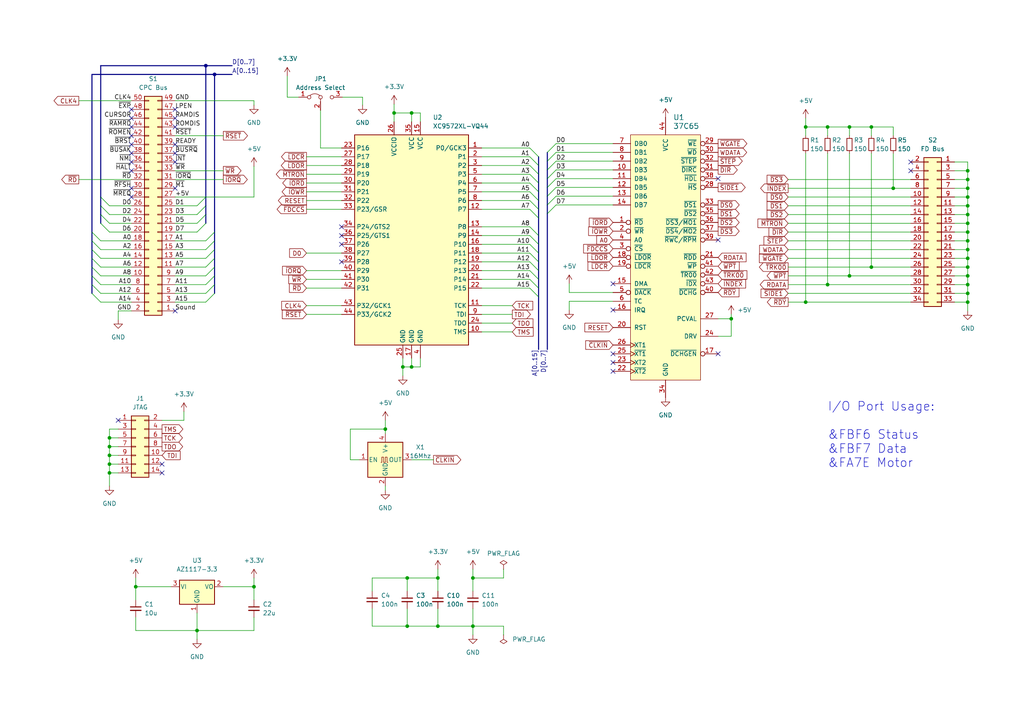
<source format=kicad_sch>
(kicad_sch (version 20230121) (generator eeschema)
  (paper "A4")
  (title_block (title "Vortex F1-D Reproduction") (date "2022-07-14"))
  (junction (at 280.67 77.47))
  (junction (at 31.75 127))
  (junction (at 240.03 36.83))
  (junction (at 31.75 137.16))
  (junction (at 127 181.61))
  (junction (at 119.38 32.766))
  (junction (at 31.75 129.54))
  (junction (at 62.23 21.59))
  (junction (at 280.67 72.39))
  (junction (at 137.16 167.64))
  (junction (at 118.11 167.64))
  (junction (at 280.67 85.09))
  (junction (at 280.67 52.07))
  (junction (at 259.08 54.61))
  (junction (at 111.76 124.46))
  (junction (at 252.73 77.47))
  (junction (at 246.38 80.01))
  (junction (at 280.67 74.93))
  (junction (at 114.3 32.766))
  (junction (at 280.67 64.77))
  (junction (at 252.73 36.83))
  (junction (at 246.38 36.83))
  (junction (at 39.37 170.18))
  (junction (at 73.66 170.18))
  (junction (at 280.67 57.15))
  (junction (at 280.67 49.53))
  (junction (at 280.67 82.55))
  (junction (at 280.67 67.31))
  (junction (at 59.69 19.05))
  (junction (at 116.84 106.426))
  (junction (at 280.67 80.01))
  (junction (at 57.15 182.88))
  (junction (at 31.75 134.62))
  (junction (at 240.03 82.55))
  (junction (at 137.16 181.61))
  (junction (at 127 167.64))
  (junction (at 119.38 106.426))
  (junction (at 280.67 69.85))
  (junction (at 118.11 181.61))
  (junction (at 233.68 87.63))
  (junction (at 280.67 87.63))
  (junction (at 212.09 92.456))
  (junction (at 233.68 36.83))
  (junction (at 280.67 59.69))
  (junction (at 31.75 132.08))
  (junction (at 280.67 54.61))
  (junction (at 280.67 62.23))
  (no_connect (at 264.16 46.99))
  (no_connect (at 264.16 49.53))
  (no_connect (at 38.1 41.91))
  (no_connect (at 177.8 105.156))
  (no_connect (at 50.8 44.45))
  (no_connect (at 177.8 102.616))
  (no_connect (at 50.8 46.99))
  (no_connect (at 38.1 46.99))
  (no_connect (at 38.1 57.15))
  (no_connect (at 177.8 82.296))
  (no_connect (at 38.1 34.29))
  (no_connect (at 208.28 51.816))
  (no_connect (at 99.06 75.946))
  (no_connect (at 38.1 31.75))
  (no_connect (at 46.99 134.62))
  (no_connect (at 46.99 137.16))
  (no_connect (at 50.8 54.61))
  (no_connect (at 38.1 36.83))
  (no_connect (at 38.1 49.53))
  (no_connect (at 50.8 41.91))
  (no_connect (at 50.8 36.83))
  (no_connect (at 50.8 34.29))
  (no_connect (at 99.06 70.866))
  (no_connect (at 99.06 68.326))
  (no_connect (at 38.1 44.45))
  (no_connect (at 208.28 69.596))
  (no_connect (at 99.06 65.786))
  (no_connect (at 208.28 102.616))
  (no_connect (at 38.1 54.61))
  (no_connect (at 50.8 31.75))
  (no_connect (at 177.8 107.696))
  (no_connect (at 50.8 90.17))
  (no_connect (at 34.29 121.92))
  (no_connect (at 38.1 39.37))
  (no_connect (at 177.8 89.916))
  (bus_entry (at 153.67 53.086) (size 2.54 2.54))
  (bus_entry (at 26.67 72.39) (size 2.54 2.54))
  (bus_entry (at 161.29 44.196) (size -2.54 2.54))
  (bus_entry (at 26.67 69.85) (size 2.54 2.54))
  (bus_entry (at 161.29 49.276) (size -2.54 2.54))
  (bus_entry (at 161.29 41.656) (size -2.54 2.54))
  (bus_entry (at 26.67 80.01) (size 2.54 2.54))
  (bus_entry (at 26.67 74.93) (size 2.54 2.54))
  (bus_entry (at 161.29 54.356) (size -2.54 2.54))
  (bus_entry (at 161.29 56.896) (size -2.54 2.54))
  (bus_entry (at 161.29 59.436) (size -2.54 2.54))
  (bus_entry (at 153.67 65.786) (size 2.54 2.54))
  (bus_entry (at 153.67 60.706) (size 2.54 2.54))
  (bus_entry (at 153.67 68.326) (size 2.54 2.54))
  (bus_entry (at 153.67 55.626) (size 2.54 2.54))
  (bus_entry (at 153.67 58.166) (size 2.54 2.54))
  (bus_entry (at 153.67 73.406) (size 2.54 2.54))
  (bus_entry (at 153.67 70.866) (size 2.54 2.54))
  (bus_entry (at 153.67 83.566) (size 2.54 2.54))
  (bus_entry (at 153.67 42.926) (size 2.54 2.54))
  (bus_entry (at 153.67 78.486) (size 2.54 2.54))
  (bus_entry (at 153.67 75.946) (size 2.54 2.54))
  (bus_entry (at 153.67 81.026) (size 2.54 2.54))
  (bus_entry (at 153.67 50.546) (size 2.54 2.54))
  (bus_entry (at 153.67 45.466) (size 2.54 2.54))
  (bus_entry (at 153.67 48.006) (size 2.54 2.54))
  (bus_entry (at 26.67 77.47) (size 2.54 2.54))
  (bus_entry (at 26.67 82.55) (size 2.54 2.54))
  (bus_entry (at 161.29 46.736) (size -2.54 2.54))
  (bus_entry (at 26.67 85.09) (size 2.54 2.54))
  (bus_entry (at 29.21 62.23) (size 2.54 2.54))
  (bus_entry (at 29.21 59.69) (size 2.54 2.54))
  (bus_entry (at 29.21 57.15) (size 2.54 2.54))
  (bus_entry (at 57.15 59.69) (size 2.54 -2.54))
  (bus_entry (at 57.15 62.23) (size 2.54 -2.54))
  (bus_entry (at 57.15 64.77) (size 2.54 -2.54))
  (bus_entry (at 57.15 67.31) (size 2.54 -2.54))
  (bus_entry (at 29.21 64.77) (size 2.54 2.54))
  (bus_entry (at 26.67 67.31) (size 2.54 2.54))
  (bus_entry (at 59.69 69.85) (size 2.54 -2.54))
  (bus_entry (at 59.69 87.63) (size 2.54 -2.54))
  (bus_entry (at 59.69 85.09) (size 2.54 -2.54))
  (bus_entry (at 59.69 82.55) (size 2.54 -2.54))
  (bus_entry (at 59.69 80.01) (size 2.54 -2.54))
  (bus_entry (at 59.69 74.93) (size 2.54 -2.54))
  (bus_entry (at 59.69 72.39) (size 2.54 -2.54))
  (bus_entry (at 59.69 77.47) (size 2.54 -2.54))
  (bus_entry (at 161.29 51.816) (size -2.54 2.54))
  (wire (pts (xy 88.9 55.626) (xy 99.06 55.626)))
  (wire (pts (xy 50.8 64.77) (xy 57.15 64.77)))
  (bus (pts (xy 26.67 21.59) (xy 26.67 67.31)))
  (wire (pts (xy 228.6 59.69) (xy 264.16 59.69)))
  (wire (pts (xy 50.8 69.85) (xy 59.69 69.85)))
  (wire (pts (xy 105.156 28.194) (xy 105.156 30.48)))
  (wire (pts (xy 228.6 80.01) (xy 246.38 80.01)))
  (bus (pts (xy 62.23 21.59) (xy 62.23 67.31)))
  (wire (pts (xy 114.3 32.766) (xy 119.38 32.766)))
  (wire (pts (xy 276.86 52.07) (xy 280.67 52.07)))
  (wire (pts (xy 228.6 54.61) (xy 259.08 54.61)))
  (wire (pts (xy 127 181.61) (xy 137.16 181.61)))
  (wire (pts (xy 50.8 39.37) (xy 64.77 39.37)))
  (wire (pts (xy 139.7 42.926) (xy 153.67 42.926)))
  (wire (pts (xy 146.05 181.61) (xy 146.05 184.15)))
  (wire (pts (xy 88.9 53.086) (xy 99.06 53.086)))
  (wire (pts (xy 50.8 77.47) (xy 59.69 77.47)))
  (wire (pts (xy 228.6 57.15) (xy 264.16 57.15)))
  (wire (pts (xy 276.86 69.85) (xy 280.67 69.85)))
  (bus (pts (xy 26.67 67.31) (xy 26.67 69.85)))
  (wire (pts (xy 50.8 52.07) (xy 64.77 52.07)))
  (wire (pts (xy 101.6 124.46) (xy 111.76 124.46)))
  (wire (pts (xy 73.66 179.07) (xy 73.66 182.88)))
  (bus (pts (xy 29.21 19.05) (xy 29.21 57.15)))
  (wire (pts (xy 161.29 56.896) (xy 177.8 56.896)))
  (wire (pts (xy 34.29 124.46) (xy 31.75 124.46)))
  (wire (pts (xy 34.29 92.71) (xy 34.29 90.17)))
  (wire (pts (xy 73.66 170.18) (xy 73.66 173.99)))
  (wire (pts (xy 34.29 127) (xy 31.75 127)))
  (wire (pts (xy 39.37 182.88) (xy 57.15 182.88)))
  (wire (pts (xy 276.86 49.53) (xy 280.67 49.53)))
  (wire (pts (xy 137.16 176.53) (xy 137.16 181.61)))
  (wire (pts (xy 50.8 62.23) (xy 57.15 62.23)))
  (wire (pts (xy 29.21 77.47) (xy 38.1 77.47)))
  (wire (pts (xy 137.16 167.64) (xy 137.16 171.45)))
  (bus (pts (xy 62.23 72.39) (xy 62.23 74.93)))
  (wire (pts (xy 49.53 170.18) (xy 39.37 170.18)))
  (bus (pts (xy 158.75 59.436) (xy 158.75 61.976)))
  (wire (pts (xy 228.6 69.85) (xy 264.16 69.85)))
  (wire (pts (xy 88.9 48.006) (xy 99.06 48.006)))
  (wire (pts (xy 50.8 82.55) (xy 59.69 82.55)))
  (wire (pts (xy 161.29 44.196) (xy 177.8 44.196)))
  (wire (pts (xy 148.59 93.726) (xy 139.7 93.726)))
  (wire (pts (xy 139.7 53.086) (xy 153.67 53.086)))
  (wire (pts (xy 31.75 132.08) (xy 31.75 134.62)))
  (wire (pts (xy 121.92 106.426) (xy 119.38 106.426)))
  (wire (pts (xy 280.67 87.63) (xy 280.67 90.17)))
  (bus (pts (xy 158.75 44.196) (xy 158.75 46.736)))
  (wire (pts (xy 34.29 134.62) (xy 31.75 134.62)))
  (wire (pts (xy 276.86 85.09) (xy 280.67 85.09)))
  (wire (pts (xy 34.29 90.17) (xy 38.1 90.17)))
  (wire (pts (xy 280.67 77.47) (xy 280.67 80.01)))
  (wire (pts (xy 276.86 46.99) (xy 280.67 46.99)))
  (wire (pts (xy 73.66 170.18) (xy 73.66 167.64)))
  (wire (pts (xy 39.37 170.18) (xy 39.37 173.99)))
  (wire (pts (xy 86.614 28.194) (xy 83.312 28.194)))
  (wire (pts (xy 280.67 80.01) (xy 280.67 82.55)))
  (wire (pts (xy 139.7 58.166) (xy 153.67 58.166)))
  (wire (pts (xy 107.95 171.45) (xy 107.95 167.64)))
  (bus (pts (xy 62.23 69.85) (xy 62.23 72.39)))
  (wire (pts (xy 34.29 137.16) (xy 31.75 137.16)))
  (wire (pts (xy 139.7 75.946) (xy 153.67 75.946)))
  (wire (pts (xy 29.21 72.39) (xy 38.1 72.39)))
  (wire (pts (xy 233.68 39.37) (xy 233.68 36.83)))
  (wire (pts (xy 31.75 59.69) (xy 38.1 59.69)))
  (wire (pts (xy 139.7 83.566) (xy 153.67 83.566)))
  (wire (pts (xy 161.29 41.656) (xy 177.8 41.656)))
  (wire (pts (xy 50.8 85.09) (xy 59.69 85.09)))
  (wire (pts (xy 83.312 28.194) (xy 83.312 22.098)))
  (wire (pts (xy 280.67 64.77) (xy 280.67 67.31)))
  (bus (pts (xy 62.23 77.47) (xy 62.23 80.01)))
  (wire (pts (xy 276.86 80.01) (xy 280.67 80.01)))
  (wire (pts (xy 39.37 170.18) (xy 39.37 167.64)))
  (wire (pts (xy 240.03 39.37) (xy 240.03 36.83)))
  (wire (pts (xy 31.75 127) (xy 31.75 129.54)))
  (wire (pts (xy 276.86 74.93) (xy 280.67 74.93)))
  (bus (pts (xy 158.75 49.276) (xy 158.75 51.816)))
  (wire (pts (xy 118.11 176.53) (xy 118.11 181.61)))
  (wire (pts (xy 228.6 85.09) (xy 264.16 85.09)))
  (wire (pts (xy 280.67 46.99) (xy 280.67 49.53)))
  (bus (pts (xy 156.21 53.086) (xy 156.21 55.626)))
  (bus (pts (xy 156.21 50.546) (xy 156.21 53.086)))
  (wire (pts (xy 137.16 181.61) (xy 137.16 184.15)))
  (bus (pts (xy 156.21 70.866) (xy 156.21 73.406)))
  (wire (pts (xy 119.38 32.766) (xy 119.38 35.306)))
  (wire (pts (xy 228.6 77.47) (xy 252.73 77.47)))
  (wire (pts (xy 31.75 124.46) (xy 31.75 127)))
  (wire (pts (xy 228.6 87.63) (xy 233.68 87.63)))
  (wire (pts (xy 228.6 74.93) (xy 264.16 74.93)))
  (wire (pts (xy 107.95 167.64) (xy 118.11 167.64)))
  (wire (pts (xy 259.08 36.83) (xy 259.08 39.37)))
  (wire (pts (xy 280.67 85.09) (xy 280.67 87.63)))
  (wire (pts (xy 259.08 44.45) (xy 259.08 54.61)))
  (wire (pts (xy 139.7 78.486) (xy 153.67 78.486)))
  (bus (pts (xy 156.21 83.566) (xy 156.21 86.106)))
  (wire (pts (xy 276.86 59.69) (xy 280.67 59.69)))
  (bus (pts (xy 59.69 62.23) (xy 59.69 64.77)))
  (wire (pts (xy 114.3 32.766) (xy 114.3 35.306)))
  (bus (pts (xy 26.67 82.55) (xy 26.67 85.09)))
  (wire (pts (xy 46.99 121.92) (xy 53.34 121.92)))
  (wire (pts (xy 139.7 45.466) (xy 153.67 45.466)))
  (bus (pts (xy 62.23 74.93) (xy 62.23 77.47)))
  (wire (pts (xy 104.14 133.35) (xy 101.6 133.35)))
  (wire (pts (xy 276.86 57.15) (xy 280.67 57.15)))
  (wire (pts (xy 280.67 72.39) (xy 280.67 74.93)))
  (bus (pts (xy 62.23 80.01) (xy 62.23 82.55)))
  (wire (pts (xy 280.67 69.85) (xy 280.67 72.39)))
  (bus (pts (xy 26.67 80.01) (xy 26.67 82.55)))
  (wire (pts (xy 165.1 87.376) (xy 177.8 87.376)))
  (wire (pts (xy 29.21 85.09) (xy 38.1 85.09)))
  (wire (pts (xy 276.86 62.23) (xy 280.67 62.23)))
  (wire (pts (xy 228.6 67.31) (xy 264.16 67.31)))
  (wire (pts (xy 121.92 32.766) (xy 119.38 32.766)))
  (bus (pts (xy 62.23 82.55) (xy 62.23 85.09)))
  (wire (pts (xy 73.66 57.15) (xy 73.66 48.26)))
  (wire (pts (xy 280.67 82.55) (xy 280.67 85.09)))
  (bus (pts (xy 156.21 58.166) (xy 156.21 60.706)))
  (wire (pts (xy 165.1 89.916) (xy 165.1 87.376)))
  (wire (pts (xy 280.67 62.23) (xy 280.67 64.77)))
  (wire (pts (xy 31.75 62.23) (xy 38.1 62.23)))
  (wire (pts (xy 161.29 59.436) (xy 177.8 59.436)))
  (wire (pts (xy 29.21 87.63) (xy 38.1 87.63)))
  (wire (pts (xy 280.67 59.69) (xy 280.67 62.23)))
  (wire (pts (xy 139.7 68.326) (xy 153.67 68.326)))
  (wire (pts (xy 246.38 36.83) (xy 252.73 36.83)))
  (wire (pts (xy 233.68 87.63) (xy 264.16 87.63)))
  (wire (pts (xy 165.1 84.836) (xy 177.8 84.836)))
  (wire (pts (xy 50.8 87.63) (xy 59.69 87.63)))
  (wire (pts (xy 276.86 87.63) (xy 280.67 87.63)))
  (wire (pts (xy 114.3 30.226) (xy 114.3 32.766)))
  (bus (pts (xy 156.21 45.466) (xy 156.21 48.006)))
  (wire (pts (xy 212.09 92.456) (xy 212.09 97.536)))
  (wire (pts (xy 92.964 32.004) (xy 92.964 42.926)))
  (wire (pts (xy 161.29 49.276) (xy 177.8 49.276)))
  (wire (pts (xy 101.6 133.35) (xy 101.6 124.46)))
  (bus (pts (xy 29.21 19.05) (xy 59.69 19.05)))
  (wire (pts (xy 107.95 181.61) (xy 118.11 181.61)))
  (bus (pts (xy 156.21 63.246) (xy 156.21 68.326)))
  (wire (pts (xy 111.76 121.92) (xy 111.76 124.46)))
  (wire (pts (xy 137.16 167.64) (xy 146.05 167.64)))
  (wire (pts (xy 148.59 91.186) (xy 139.7 91.186)))
  (wire (pts (xy 107.95 176.53) (xy 107.95 181.61)))
  (wire (pts (xy 118.11 167.64) (xy 127 167.64)))
  (wire (pts (xy 88.9 91.186) (xy 99.06 91.186)))
  (wire (pts (xy 53.34 121.92) (xy 53.34 119.38)))
  (wire (pts (xy 50.8 49.53) (xy 64.77 49.53)))
  (wire (pts (xy 31.75 67.31) (xy 38.1 67.31)))
  (wire (pts (xy 88.9 88.646) (xy 99.06 88.646)))
  (wire (pts (xy 139.7 60.706) (xy 153.67 60.706)))
  (wire (pts (xy 50.8 80.01) (xy 59.69 80.01)))
  (wire (pts (xy 137.16 181.61) (xy 146.05 181.61)))
  (wire (pts (xy 228.6 64.77) (xy 264.16 64.77)))
  (wire (pts (xy 22.86 52.07) (xy 38.1 52.07)))
  (wire (pts (xy 88.9 81.026) (xy 99.06 81.026)))
  (bus (pts (xy 156.21 78.486) (xy 156.21 81.026)))
  (bus (pts (xy 26.67 69.85) (xy 26.67 72.39)))
  (wire (pts (xy 280.67 67.31) (xy 280.67 69.85)))
  (bus (pts (xy 29.21 62.23) (xy 29.21 64.77)))
  (wire (pts (xy 240.03 36.83) (xy 246.38 36.83)))
  (wire (pts (xy 233.68 44.45) (xy 233.68 87.63)))
  (wire (pts (xy 127 165.1) (xy 127 167.64)))
  (wire (pts (xy 57.15 177.8) (xy 57.15 182.88)))
  (bus (pts (xy 59.69 57.15) (xy 59.69 59.69)))
  (wire (pts (xy 280.67 74.93) (xy 280.67 77.47)))
  (wire (pts (xy 31.75 137.16) (xy 31.75 140.97)))
  (wire (pts (xy 73.66 29.21) (xy 50.8 29.21)))
  (wire (pts (xy 29.21 80.01) (xy 38.1 80.01)))
  (wire (pts (xy 148.59 96.266) (xy 139.7 96.266)))
  (wire (pts (xy 31.75 129.54) (xy 31.75 132.08)))
  (wire (pts (xy 228.6 82.55) (xy 240.03 82.55)))
  (wire (pts (xy 139.7 70.866) (xy 153.67 70.866)))
  (wire (pts (xy 88.9 83.566) (xy 99.06 83.566)))
  (bus (pts (xy 158.75 46.736) (xy 158.75 49.276)))
  (wire (pts (xy 137.16 167.64) (xy 137.16 165.1)))
  (wire (pts (xy 73.66 30.48) (xy 73.66 29.21)))
  (wire (pts (xy 139.7 50.546) (xy 153.67 50.546)))
  (wire (pts (xy 139.7 73.406) (xy 153.67 73.406)))
  (wire (pts (xy 246.38 80.01) (xy 264.16 80.01)))
  (bus (pts (xy 158.75 51.816) (xy 158.75 54.356)))
  (wire (pts (xy 161.29 54.356) (xy 177.8 54.356)))
  (wire (pts (xy 111.76 124.46) (xy 111.76 125.73)))
  (wire (pts (xy 116.84 103.886) (xy 116.84 106.426)))
  (wire (pts (xy 111.76 140.97) (xy 111.76 142.24)))
  (wire (pts (xy 34.29 132.08) (xy 31.75 132.08)))
  (wire (pts (xy 276.86 72.39) (xy 280.67 72.39)))
  (wire (pts (xy 208.28 97.536) (xy 212.09 97.536)))
  (wire (pts (xy 252.73 39.37) (xy 252.73 36.83)))
  (wire (pts (xy 50.8 67.31) (xy 57.15 67.31)))
  (wire (pts (xy 116.84 106.426) (xy 119.38 106.426)))
  (wire (pts (xy 31.75 64.77) (xy 38.1 64.77)))
  (wire (pts (xy 246.38 39.37) (xy 246.38 36.83)))
  (wire (pts (xy 276.86 67.31) (xy 280.67 67.31)))
  (wire (pts (xy 228.6 62.23) (xy 264.16 62.23)))
  (bus (pts (xy 156.21 86.106) (xy 156.21 101.346)))
  (wire (pts (xy 88.9 45.466) (xy 99.06 45.466)))
  (wire (pts (xy 50.8 72.39) (xy 59.69 72.39)))
  (wire (pts (xy 276.86 77.47) (xy 280.67 77.47)))
  (bus (pts (xy 67.31 21.59) (xy 62.23 21.59)))
  (wire (pts (xy 259.08 54.61) (xy 264.16 54.61)))
  (wire (pts (xy 280.67 54.61) (xy 280.67 57.15)))
  (wire (pts (xy 88.9 78.486) (xy 99.06 78.486)))
  (wire (pts (xy 29.21 74.93) (xy 38.1 74.93)))
  (wire (pts (xy 165.1 82.296) (xy 165.1 84.836)))
  (bus (pts (xy 156.21 75.946) (xy 156.21 78.486)))
  (wire (pts (xy 118.11 181.61) (xy 127 181.61)))
  (wire (pts (xy 139.7 65.786) (xy 153.67 65.786)))
  (bus (pts (xy 29.21 59.69) (xy 29.21 62.23)))
  (wire (pts (xy 34.29 129.54) (xy 31.75 129.54)))
  (wire (pts (xy 212.09 91.186) (xy 212.09 92.456)))
  (wire (pts (xy 252.73 36.83) (xy 259.08 36.83)))
  (bus (pts (xy 158.75 56.896) (xy 158.75 59.436)))
  (bus (pts (xy 158.75 54.356) (xy 158.75 56.896)))
  (wire (pts (xy 276.86 82.55) (xy 280.67 82.55)))
  (wire (pts (xy 64.77 170.18) (xy 73.66 170.18)))
  (wire (pts (xy 118.11 171.45) (xy 118.11 167.64)))
  (wire (pts (xy 280.67 57.15) (xy 280.67 59.69)))
  (wire (pts (xy 29.21 82.55) (xy 38.1 82.55)))
  (wire (pts (xy 121.92 103.886) (xy 121.92 106.426)))
  (wire (pts (xy 139.7 48.006) (xy 153.67 48.006)))
  (wire (pts (xy 59.69 57.15) (xy 73.66 57.15)))
  (bus (pts (xy 26.67 21.59) (xy 62.23 21.59)))
  (wire (pts (xy 276.86 64.77) (xy 280.67 64.77)))
  (bus (pts (xy 156.21 55.626) (xy 156.21 58.166)))
  (bus (pts (xy 156.21 60.706) (xy 156.21 63.246)))
  (wire (pts (xy 240.03 44.45) (xy 240.03 82.55)))
  (wire (pts (xy 276.86 54.61) (xy 280.67 54.61)))
  (bus (pts (xy 67.31 19.05) (xy 59.69 19.05)))
  (bus (pts (xy 156.21 48.006) (xy 156.21 50.546)))
  (bus (pts (xy 156.21 81.026) (xy 156.21 83.566)))
  (wire (pts (xy 50.8 59.69) (xy 57.15 59.69)))
  (wire (pts (xy 127 176.53) (xy 127 181.61)))
  (wire (pts (xy 88.9 60.706) (xy 99.06 60.706)))
  (wire (pts (xy 99.314 28.194) (xy 105.156 28.194)))
  (wire (pts (xy 31.75 134.62) (xy 31.75 137.16)))
  (wire (pts (xy 88.9 58.166) (xy 99.06 58.166)))
  (bus (pts (xy 158.75 61.976) (xy 158.75 101.346)))
  (wire (pts (xy 228.6 52.07) (xy 264.16 52.07)))
  (wire (pts (xy 59.69 57.15) (xy 50.8 57.15)))
  (bus (pts (xy 26.67 77.47) (xy 26.67 80.01)))
  (wire (pts (xy 88.9 73.406) (xy 99.06 73.406)))
  (wire (pts (xy 246.38 44.45) (xy 246.38 80.01)))
  (wire (pts (xy 139.7 81.026) (xy 153.67 81.026)))
  (wire (pts (xy 146.05 167.64) (xy 146.05 165.1)))
  (bus (pts (xy 26.67 72.39) (xy 26.67 74.93)))
  (wire (pts (xy 233.68 36.83) (xy 240.03 36.83)))
  (bus (pts (xy 59.69 59.69) (xy 59.69 62.23)))
  (wire (pts (xy 127 167.64) (xy 127 171.45)))
  (wire (pts (xy 73.66 182.88) (xy 57.15 182.88)))
  (wire (pts (xy 88.9 50.546) (xy 99.06 50.546)))
  (wire (pts (xy 119.38 106.426) (xy 119.38 103.886)))
  (wire (pts (xy 233.68 34.29) (xy 233.68 36.83)))
  (wire (pts (xy 252.73 77.47) (xy 264.16 77.47)))
  (wire (pts (xy 161.29 46.736) (xy 177.8 46.736)))
  (wire (pts (xy 50.8 74.93) (xy 59.69 74.93)))
  (wire (pts (xy 92.964 42.926) (xy 99.06 42.926)))
  (bus (pts (xy 59.69 19.05) (xy 59.69 57.15)))
  (wire (pts (xy 280.67 52.07) (xy 280.67 54.61)))
  (wire (pts (xy 148.59 88.646) (xy 139.7 88.646)))
  (wire (pts (xy 161.29 51.816) (xy 177.8 51.816)))
  (wire (pts (xy 22.86 29.21) (xy 38.1 29.21)))
  (wire (pts (xy 280.67 49.53) (xy 280.67 52.07)))
  (wire (pts (xy 57.15 182.88) (xy 57.15 185.42)))
  (wire (pts (xy 240.03 82.55) (xy 264.16 82.55)))
  (wire (pts (xy 228.6 72.39) (xy 264.16 72.39)))
  (bus (pts (xy 29.21 57.15) (xy 29.21 59.69)))
  (wire (pts (xy 29.21 69.85) (xy 38.1 69.85)))
  (bus (pts (xy 156.21 73.406) (xy 156.21 75.946)))
  (bus (pts (xy 62.23 67.31) (xy 62.23 69.85)))
  (wire (pts (xy 119.38 133.35) (xy 125.73 133.35)))
  (wire (pts (xy 208.28 92.456) (xy 212.09 92.456)))
  (bus (pts (xy 26.67 74.93) (xy 26.67 77.47)))
  (bus (pts (xy 156.21 68.326) (xy 156.21 70.866)))
  (wire (pts (xy 139.7 55.626) (xy 153.67 55.626)))
  (wire (pts (xy 121.92 35.306) (xy 121.92 32.766)))
  (wire (pts (xy 39.37 179.07) (xy 39.37 182.88)))
  (wire (pts (xy 252.73 44.45) (xy 252.73 77.47)))
  (wire (pts (xy 116.84 106.426) (xy 116.84 108.966)))
  (text "I/O Port Usage:\n\n&FBF6 Status\n&FBF7 Data\n&FA7E Motor" (at 240.03 135.89 0) (effects (font (size 2.54 2.54)) (justify left bottom)))
  (label "~{HALT}" (at 38.1 49.53 180))
  (label "A4" (at 153.67 53.086 180))
  (label "D3" (at 50.8 62.23 0))
  (label "A13" (at 50.8 85.09 0))
  (label "A[0..15]" (at 156.21 101.346 270))
  (label "A2" (at 153.67 48.006 180))
  (label "~{WR}" (at 50.8 49.53 0))
  (label "READY" (at 50.8 41.91 0))
  (label "A0" (at 38.1 69.85 180))
  (label "D1" (at 50.8 59.69 0))
  (label "~{MREQ}" (at 38.1 57.15 180))
  (label "~{BUSAK}" (at 38.1 44.45 180))
  (label "D[0..7]" (at 67.31 19.05 0))
  (label "A15" (at 50.8 87.63 0))
  (label "A14" (at 38.1 87.63 180))
  (label "~{NMI}" (at 38.1 46.99 180))
  (label "A8" (at 38.1 80.01 180))
  (label "~{RSET}" (at 50.8 39.37 0))
  (label "A1" (at 153.67 45.466 180))
  (label "~{IORQ}" (at 50.8 52.07 0))
  (label "~{BUSRQ}" (at 50.8 44.45 0))
  (label "A5" (at 50.8 74.93 0))
  (label "D2" (at 161.29 46.736 0))
  (label "D6" (at 38.1 67.31 180))
  (label "A9" (at 50.8 80.01 0))
  (label "D5" (at 161.29 54.356 0))
  (label "D5" (at 50.8 64.77 0))
  (label "A15" (at 153.67 83.566 180))
  (label "~{M1}" (at 50.8 54.61 0))
  (label "CLK4" (at 38.1 29.21 180))
  (label "D[0..7]" (at 158.75 101.346 270))
  (label "D6" (at 161.29 56.896 0))
  (label "~{RAMRD}" (at 38.1 36.83 180))
  (label "A2" (at 38.1 72.39 180))
  (label "~{EXP}" (at 38.1 31.75 180))
  (label "ROMDIS" (at 50.8 36.83 0))
  (label "~{INT}" (at 50.8 46.99 0))
  (label "A14" (at 153.67 81.026 180))
  (label "A6" (at 153.67 58.166 180))
  (label "~{ROMEN}" (at 38.1 39.37 180))
  (label "A12" (at 38.1 85.09 180))
  (label "D0" (at 161.29 41.656 0))
  (label "A10" (at 153.67 70.866 180))
  (label "A[0..15]" (at 67.31 21.59 0))
  (label "D1" (at 161.29 44.196 0))
  (label "A10" (at 38.1 82.55 180))
  (label "~{RD}" (at 38.1 52.07 180))
  (label "A0" (at 153.67 42.926 180))
  (label "A6" (at 38.1 77.47 180))
  (label "D4" (at 161.29 51.816 0))
  (label "CURSOR" (at 38.1 34.29 180))
  (label "Sound" (at 50.8 90.17 0))
  (label "~{BRST}" (at 38.1 41.91 180))
  (label "D2" (at 38.1 62.23 180))
  (label "D7" (at 161.29 59.436 0))
  (label "A3" (at 50.8 72.39 0))
  (label "RAMDIS" (at 50.8 34.29 0))
  (label "A12" (at 153.67 75.946 180))
  (label "LPEN" (at 50.8 31.75 0))
  (label "A4" (at 38.1 74.93 180))
  (label "A8" (at 153.67 65.786 180))
  (label "D3" (at 161.29 49.276 0))
  (label "~{RFSH}" (at 38.1 54.61 180))
  (label "D0" (at 38.1 59.69 180))
  (label "GND" (at 38.1 90.17 180))
  (label "A11" (at 153.67 73.406 180))
  (label "A7" (at 50.8 77.47 0))
  (label "A3" (at 153.67 50.546 180))
  (label "A5" (at 153.67 55.626 180))
  (label "A9" (at 153.67 68.326 180))
  (label "A1" (at 50.8 69.85 0))
  (label "+5V" (at 50.8 57.15 0))
  (label "A11" (at 50.8 82.55 0))
  (label "A13" (at 153.67 78.486 180))
  (label "A7" (at 153.67 60.706 180))
  (label "D4" (at 38.1 64.77 180))
  (label "GND" (at 50.8 29.21 0))
  (label "D7" (at 50.8 67.31 0))
  (global_label "~{RDY}" (shape output) (at 228.6 87.63 180) (property "Intersheetrefs" "${INTERSHEET_REFS}" (effects hide)))
  (global_label "~{TRK00}" (shape output) (at 228.6 77.47 180) (property "Intersheetrefs" "${INTERSHEET_REFS}" (effects hide)))
  (global_label "~{WPT}" (shape input) (at 208.28 77.216 0) (property "Intersheetrefs" "${INTERSHEET_REFS}" (effects hide)))
  (global_label "~{WGATE}" (shape output) (at 208.28 41.656 0) (property "Intersheetrefs" "${INTERSHEET_REFS}" (effects hide)))
  (global_label "~{WGATE}" (shape input) (at 228.6 74.93 180) (property "Intersheetrefs" "${INTERSHEET_REFS}" (effects hide)))
  (global_label "~{RSET}" (shape input) (at 88.9 91.186 180) (property "Intersheetrefs" "${INTERSHEET_REFS}" (effects hide)))
  (global_label "~{RD}" (shape output) (at 22.86 52.07 180) (property "Intersheetrefs" "${INTERSHEET_REFS}" (effects hide)))
  (global_label "~{IORQ}" (shape output) (at 64.77 52.07 0) (property "Intersheetrefs" "${INTERSHEET_REFS}" (effects hide)))
  (global_label "TDI" (shape input) (at 46.99 132.08 0) (property "Intersheetrefs" "${INTERSHEET_REFS}" (effects hide)))
  (global_label "~{DS2}" (shape output) (at 208.28 64.516 0) (property "Intersheetrefs" "${INTERSHEET_REFS}" (effects hide)))
  (global_label "~{LDOR}" (shape output) (at 88.9 48.006 180) (property "Intersheetrefs" "${INTERSHEET_REFS}" (effects hide)))
  (global_label "~{DS0}" (shape input) (at 228.6 57.15 180) (property "Intersheetrefs" "${INTERSHEET_REFS}" (effects hide)))
  (global_label "RESET" (shape output) (at 88.9 58.166 180) (property "Intersheetrefs" "${INTERSHEET_REFS}" (effects hide)))
  (global_label "~{INDEX}" (shape input) (at 208.28 82.296 0) (property "Intersheetrefs" "${INTERSHEET_REFS}" (effects hide)))
  (global_label "~{IOWR}" (shape output) (at 88.9 55.626 180) (property "Intersheetrefs" "${INTERSHEET_REFS}" (effects hide)))
  (global_label "RDATA" (shape output) (at 228.6 82.55 180) (property "Intersheetrefs" "${INTERSHEET_REFS}" (effects hide)))
  (global_label "TDO" (shape output) (at 46.99 129.54 0) (property "Intersheetrefs" "${INTERSHEET_REFS}" (effects hide)))
  (global_label "~{DS1}" (shape output) (at 208.28 61.976 0) (property "Intersheetrefs" "${INTERSHEET_REFS}" (effects hide)))
  (global_label "~{DS2}" (shape input) (at 228.6 62.23 180) (property "Intersheetrefs" "${INTERSHEET_REFS}" (effects hide)))
  (global_label "~{IOWR}" (shape input) (at 177.8 67.056 180) (property "Intersheetrefs" "${INTERSHEET_REFS}" (effects hide)))
  (global_label "~{DIR}" (shape input) (at 228.6 67.31 180) (property "Intersheetrefs" "${INTERSHEET_REFS}" (effects hide)))
  (global_label "~{WPT}" (shape output) (at 228.6 80.01 180) (property "Intersheetrefs" "${INTERSHEET_REFS}" (effects hide)))
  (global_label "~{INDEX}" (shape output) (at 228.6 54.61 180) (property "Intersheetrefs" "${INTERSHEET_REFS}" (effects hide)))
  (global_label "~{STEP}" (shape output) (at 208.28 46.736 0) (property "Intersheetrefs" "${INTERSHEET_REFS}" (effects hide)))
  (global_label "~{DS3}" (shape input) (at 228.6 52.07 180) (property "Intersheetrefs" "${INTERSHEET_REFS}" (effects hide)))
  (global_label "WDATA" (shape input) (at 228.6 72.39 180) (property "Intersheetrefs" "${INTERSHEET_REFS}" (effects hide)))
  (global_label "TMS" (shape input) (at 148.59 96.266 0) (property "Intersheetrefs" "${INTERSHEET_REFS}" (effects hide)))
  (global_label "~{DS1}" (shape input) (at 228.6 59.69 180) (property "Intersheetrefs" "${INTERSHEET_REFS}" (effects hide)))
  (global_label "RESET" (shape input) (at 177.8 94.996 180) (property "Intersheetrefs" "${INTERSHEET_REFS}" (effects hide)))
  (global_label "~{TRK00}" (shape input) (at 208.28 79.756 0) (property "Intersheetrefs" "${INTERSHEET_REFS}" (effects hide)))
  (global_label "CLK4" (shape output) (at 22.86 29.21 180) (property "Intersheetrefs" "${INTERSHEET_REFS}" (effects hide)))
  (global_label "~{STEP}" (shape input) (at 228.6 69.85 180) (property "Intersheetrefs" "${INTERSHEET_REFS}" (effects hide)))
  (global_label "~{LDOR}" (shape input) (at 177.8 74.676 180) (property "Intersheetrefs" "${INTERSHEET_REFS}" (effects hide)))
  (global_label "~{DIR}" (shape output) (at 208.28 49.276 0) (property "Intersheetrefs" "${INTERSHEET_REFS}" (effects hide)))
  (global_label "~{DS0}" (shape output) (at 208.28 59.436 0) (property "Intersheetrefs" "${INTERSHEET_REFS}" (effects hide)))
  (global_label "~{WR}" (shape output) (at 64.77 49.53 0) (property "Intersheetrefs" "${INTERSHEET_REFS}" (effects hide)))
  (global_label "~{MTRON}" (shape output) (at 88.9 50.546 180) (property "Intersheetrefs" "${INTERSHEET_REFS}" (effects hide)))
  (global_label "~{DS3}" (shape output) (at 208.28 67.056 0) (property "Intersheetrefs" "${INTERSHEET_REFS}" (effects hide)))
  (global_label "TDO" (shape input) (at 148.59 93.726 0) (property "Intersheetrefs" "${INTERSHEET_REFS}" (effects hide)))
  (global_label "~{CLKIN}" (shape output) (at 125.73 133.35 0) (property "Intersheetrefs" "${INTERSHEET_REFS}" (effects hide)))
  (global_label "RDATA" (shape input) (at 208.28 74.676 0) (property "Intersheetrefs" "${INTERSHEET_REFS}" (effects hide)))
  (global_label "~{IORD}" (shape output) (at 88.9 53.086 180) (property "Intersheetrefs" "${INTERSHEET_REFS}" (effects hide)))
  (global_label "~{SIDE1}" (shape output) (at 208.28 54.356 0) (property "Intersheetrefs" "${INTERSHEET_REFS}" (effects hide)))
  (global_label "~{WR}" (shape input) (at 88.9 81.026 180) (property "Intersheetrefs" "${INTERSHEET_REFS}" (effects hide)))
  (global_label "~{IORQ}" (shape input) (at 88.9 78.486 180) (property "Intersheetrefs" "${INTERSHEET_REFS}" (effects hide)))
  (global_label "~{SIDE1}" (shape input) (at 228.6 85.09 180) (property "Intersheetrefs" "${INTERSHEET_REFS}" (effects hide)))
  (global_label "~{FDCCS}" (shape output) (at 88.9 60.706 180) (property "Intersheetrefs" "${INTERSHEET_REFS}" (effects hide)))
  (global_label "WDATA" (shape output) (at 208.28 44.196 0) (property "Intersheetrefs" "${INTERSHEET_REFS}" (effects hide)))
  (global_label "~{CLKIN}" (shape input) (at 177.8 100.076 180) (property "Intersheetrefs" "${INTERSHEET_REFS}" (effects hide)))
  (global_label "~{IORD}" (shape input) (at 177.8 64.516 180) (property "Intersheetrefs" "${INTERSHEET_REFS}" (effects hide)))
  (global_label "~{FDCCS}" (shape input) (at 177.8 72.136 180) (property "Intersheetrefs" "${INTERSHEET_REFS}" (effects hide)))
  (global_label "TCK" (shape input) (at 148.59 88.646 0) (property "Intersheetrefs" "${INTERSHEET_REFS}" (effects hide)))
  (global_label "~{MTRON}" (shape input) (at 228.6 64.77 180) (property "Intersheetrefs" "${INTERSHEET_REFS}" (effects hide)))
  (global_label "TCK" (shape output) (at 46.99 127 0) (property "Intersheetrefs" "${INTERSHEET_REFS}" (effects hide)))
  (global_label "TMS" (shape output) (at 46.99 124.46 0) (property "Intersheetrefs" "${INTERSHEET_REFS}" (effects hide)))
  (global_label "D0" (shape input) (at 88.9 73.406 180) (property "Intersheetrefs" "${INTERSHEET_REFS}" (effects hide)))
  (global_label "~{RSET}" (shape output) (at 64.77 39.37 0) (property "Intersheetrefs" "${INTERSHEET_REFS}" (effects hide)))
  (global_label "TDI" (shape output) (at 148.59 91.186 0) (property "Intersheetrefs" "${INTERSHEET_REFS}" (effects hide)))
  (global_label "A0" (shape input) (at 177.8 69.596 180) (property "Intersheetrefs" "${INTERSHEET_REFS}" (effects hide)))
  (global_label "~{LDCR}" (shape output) (at 88.9 45.466 180) (property "Intersheetrefs" "${INTERSHEET_REFS}" (effects hide)))
  (global_label "CLK4" (shape input) (at 88.9 88.646 180) (property "Intersheetrefs" "${INTERSHEET_REFS}" (effects hide)))
  (global_label "~{RD}" (shape input) (at 88.9 83.566 180) (property "Intersheetrefs" "${INTERSHEET_REFS}" (effects hide)))
  (global_label "~{LDCR}" (shape input) (at 177.8 77.216 180) (property "Intersheetrefs" "${INTERSHEET_REFS}" (effects hide)))
  (global_label "~{RDY}" (shape input) (at 208.28 84.836 0) (property "Intersheetrefs" "${INTERSHEET_REFS}" (effects hide)))
  (symbol (lib_id "Jumper:Jumper_3_Bridged12") (at 92.964 28.194 0) (unit 1)
    (property "Reference" "JP1" (at 92.964 22.86 0))
    (property "Value" "Address Select" (at 92.964 25.4 0))
  )
  (symbol (lib_id "power:+5V") (at 137.16 165.1 0) (unit 1)
    (property "Reference" "#PWR036" (effects hide))
    (property "Value" "+5V" (at 137.16 160.02 0))
  )
  (symbol (lib_id "Regulator_Linear:AZ1117-3.3") (at 57.15 170.18 0) (unit 1)
    (property "Reference" "U3" (at 57.15 162.56 0))
    (property "Value" "AZ1117-3.3" (at 57.15 165.1 0))
    (property "Footprint" "Package_TO_SOT_SMD:SOT-223-3_TabPin2" (effects hide))
    (property "Datasheet" "https://www.diodes.com/assets/Datasheets/AZ1117.pdf" (effects hide))
  )
  (symbol (lib_id "power:+5V") (at 39.37 167.64 0) (unit 1)
    (property "Reference" "#PWR014" (effects hide))
    (property "Value" "+5V" (at 39.37 162.56 0))
  )
  (symbol (lib_id "power:GND") (at 193.04 115.316 0) (unit 1)
    (property "Reference" "#PWR07" (effects hide))
    (property "Value" "GND" (at 193.04 120.396 0))
  )
  (symbol (lib_id "Interface:WD37C65-PLCC") (at 193.04 72.136 0) (unit 1)
    (property "Reference" "U1" (at 195.2341 34.036 0) (effects (font (size 1.524 1.524)) (justify left)))
    (property "Value" "37C65" (at 195.2341 36.576 0) (effects (font (size 1.524 1.524)) (justify left)))
    (property "Footprint" "Package_LCC:PLCC-44" (effects hide))
  )
  (symbol (lib_id "power:GND") (at 116.84 108.966 0) (unit 1)
    (property "Reference" "#PWR013" (effects hide))
    (property "Value" "GND" (at 116.84 114.046 0))
  )
  (symbol (lib_id "power:GND") (at 57.15 185.42 0) (unit 1)
    (property "Reference" "#PWR018" (effects hide))
    (property "Value" "GND" (at 57.15 190.5 0))
  )
  (symbol (lib_id "power:+3.3V") (at 114.3 30.226 0) (unit 1)
    (property "Reference" "#PWR012" (effects hide))
    (property "Value" "+3.3V" (at 114.3 25.146 0))
  )
  (symbol (lib_id "power:+5V") (at 73.66 48.26 0) (unit 1)
    (property "Reference" "#PWR026" (effects hide))
    (property "Value" "+5V" (at 73.66 43.18 0))
  )
  (symbol (lib_id "Device:R_Small") (at 240.03 41.91 0) (unit 1)
    (property "Reference" "R2" (at 241.3 40.64 0) (effects (justify left)))
    (property "Value" "150" (at 241.3 43.18 0) (effects (justify left)))
    (property "Footprint" "Resistor_SMD:R_0603_1608Metric_Pad0.98x0.95mm_HandSolder" (effects hide))
  )
  (symbol (lib_id "Device:R_Small") (at 246.38 41.91 0) (unit 1)
    (property "Reference" "R3" (at 247.65 40.64 0) (effects (justify left)))
    (property "Value" "150" (at 247.65 43.18 0) (effects (justify left)))
    (property "Footprint" "Resistor_SMD:R_0603_1608Metric_Pad0.98x0.95mm_HandSolder" (effects hide))
  )
  (symbol (lib_id "power:GND") (at 137.16 184.15 0) (unit 1)
    (property "Reference" "#PWR037" (effects hide))
    (property "Value" "GND" (at 137.16 189.23 0))
  )
  (symbol (lib_id "power:PWR_FLAG") (at 146.05 165.1 0) (unit 1)
    (property "Reference" "#FLG01" (effects hide))
    (property "Value" "PWR_FLAG" (at 146.05 160.528 0))
  )
  (symbol (lib_id "Oscillator:XO91") (at 111.76 133.35 0) (unit 1)
    (property "Reference" "X1" (at 121.92 129.7021 0))
    (property "Value" "16Mhz" (at 121.92 132.2421 0))
    (property "Footprint" "Oscillator:Oscillator_SMD_EuroQuartz_XO91-4Pin_7.0x5.0mm" (effects hide))
    (property "Datasheet" "http://cdn-reichelt.de/documents/datenblatt/B400/XO91.pdf" (effects hide))
  )
  (symbol (lib_id "power:GND") (at 34.29 92.71 0) (unit 1)
    (property "Reference" "#PWR021" (effects hide))
    (property "Value" "GND" (at 34.29 97.79 0))
  )
  (symbol (lib_id "Device:C_Small") (at 118.11 173.99 0) (unit 1)
    (property "Reference" "C3" (at 120.65 172.7262 0) (effects (justify left)))
    (property "Value" "100n" (at 120.65 175.2662 0) (effects (justify left)))
    (property "Footprint" "Capacitor_SMD:C_0603_1608Metric_Pad1.08x0.95mm_HandSolder" (effects hide))
  )
  (symbol (lib_id "Device:R_Small") (at 252.73 41.91 0) (unit 1)
    (property "Reference" "R4" (at 254 40.64 0) (effects (justify left)))
    (property "Value" "150" (at 254 43.18 0) (effects (justify left)))
    (property "Footprint" "Resistor_SMD:R_0603_1608Metric_Pad0.98x0.95mm_HandSolder" (effects hide))
  )
  (symbol (lib_id "Connector_Generic:Conn_02x25_Odd_Even") (at 45.72 59.69 180) (unit 1)
    (property "Reference" "S1" (at 44.45 22.86 0))
    (property "Value" "CPC Bus" (at 44.45 25.4 0))
    (property "Footprint" "Connector_IDC:IDC-Header_2x25_P2.54mm_Horizontal" (effects hide))
  )
  (symbol (lib_id "Device:C_Small") (at 73.66 176.53 0) (unit 1)
    (property "Reference" "C2" (at 76.2 175.2662 0) (effects (justify left)))
    (property "Value" "22u" (at 76.2 177.8062 0) (effects (justify left)))
    (property "Footprint" "Capacitor_SMD:C_0603_1608Metric_Pad1.08x0.95mm_HandSolder" (effects hide))
  )
  (symbol (lib_id "power:GND") (at 73.66 30.48 0) (unit 1)
    (property "Reference" "#PWR027" (effects hide))
    (property "Value" "GND" (at 73.66 35.56 0))
  )
  (symbol (lib_id "power:+5V") (at 212.09 91.186 0) (unit 1)
    (property "Reference" "#PWR04" (effects hide))
    (property "Value" "+5V" (at 215.9 89.916 0))
  )
  (symbol (lib_id "Device:C_Small") (at 137.16 173.99 0) (unit 1)
    (property "Reference" "C11" (at 139.7 172.7262 0) (effects (justify left)))
    (property "Value" "100n" (at 139.7 175.2662 0) (effects (justify left)))
    (property "Footprint" "Capacitor_SMD:C_0603_1608Metric_Pad1.08x0.95mm_HandSolder" (effects hide))
  )
  (symbol (lib_id "power:+5V") (at 233.68 34.29 0) (unit 1)
    (property "Reference" "#PWR010" (effects hide))
    (property "Value" "+5V" (at 233.68 29.21 0))
  )
  (symbol (lib_id "power:+5V") (at 193.04 34.036 0) (unit 1)
    (property "Reference" "#PWR06" (effects hide))
    (property "Value" "+5V" (at 193.04 28.956 0))
  )
  (symbol (lib_id "power:+5V") (at 111.76 121.92 0) (unit 1)
    (property "Reference" "#PWR01" (effects hide))
    (property "Value" "+5V" (at 111.76 116.84 0))
  )
  (symbol (lib_id "power:GND") (at 31.75 140.97 0) (unit 1)
    (property "Reference" "#PWR03" (effects hide))
    (property "Value" "GND" (at 31.75 146.05 0))
  )
  (symbol (lib_id "power:+5V") (at 165.1 82.296 0) (unit 1)
    (property "Reference" "#PWR08" (effects hide))
    (property "Value" "+5V" (at 165.1 77.216 0))
  )
  (symbol (lib_id "Device:C_Small") (at 107.95 173.99 0) (unit 1)
    (property "Reference" "C4" (at 110.49 172.7262 0) (effects (justify left)))
    (property "Value" "100n" (at 110.49 175.2662 0) (effects (justify left)))
    (property "Footprint" "Capacitor_SMD:C_0603_1608Metric_Pad1.08x0.95mm_HandSolder" (effects hide))
  )
  (symbol (lib_id "power:GND") (at 105.156 30.48 0) (unit 1)
    (property "Reference" "#PWR015" (effects hide))
    (property "Value" "GND" (at 105.156 35.56 0))
  )
  (symbol (lib_id "Device:C_Small") (at 127 173.99 0) (unit 1)
    (property "Reference" "C10" (at 129.54 172.7262 0) (effects (justify left)))
    (property "Value" "100n" (at 129.54 175.2662 0) (effects (justify left)))
    (property "Footprint" "Capacitor_SMD:C_0603_1608Metric_Pad1.08x0.95mm_HandSolder" (effects hide))
  )
  (symbol (lib_id "power:+3.3V") (at 73.66 167.64 0) (unit 1)
    (property "Reference" "#PWR019" (effects hide))
    (property "Value" "+3.3V" (at 73.66 162.56 0))
  )
  (symbol (lib_id "power:+3.3V") (at 83.312 22.098 0) (unit 1)
    (property "Reference" "#PWR011" (effects hide))
    (property "Value" "+3.3V" (at 83.312 17.018 0))
  )
  (symbol (lib_id "power:GND") (at 111.76 142.24 0) (unit 1)
    (property "Reference" "#PWR02" (effects hide))
    (property "Value" "GND" (at 111.76 147.32 0))
  )
  (symbol (lib_id "Device:R_Small") (at 233.68 41.91 0) (unit 1)
    (property "Reference" "R1" (at 234.95 40.64 0) (effects (justify left)))
    (property "Value" "150" (at 234.95 43.18 0) (effects (justify left)))
    (property "Footprint" "Resistor_SMD:R_0603_1608Metric_Pad0.98x0.95mm_HandSolder" (effects hide))
  )
  (symbol (lib_id "Connector_Generic:Conn_02x07_Odd_Even") (at 39.37 129.54 0) (unit 1)
    (property "Reference" "J1" (at 40.64 115.57 0))
    (property "Value" "JTAG" (at 40.64 118.11 0))
    (property "Footprint" "Connector_PinHeader_2.00mm:PinHeader_2x07_P2.00mm_Vertical" (effects hide))
  )
  (symbol (lib_id "Device:C_Small") (at 39.37 176.53 0) (unit 1)
    (property "Reference" "C1" (at 41.91 175.2662 0) (effects (justify left)))
    (property "Value" "10u" (at 41.91 177.8062 0) (effects (justify left)))
    (property "Footprint" "Capacitor_SMD:C_0603_1608Metric_Pad1.08x0.95mm_HandSolder" (effects hide))
  )
  (symbol (lib_id "power:GND") (at 165.1 89.916 0) (unit 1)
    (property "Reference" "#PWR09" (effects hide))
    (property "Value" "GND" (at 165.1 94.996 0))
  )
  (symbol (lib_id "power:+3.3V") (at 127 165.1 0) (mirror y) (unit 1)
    (property "Reference" "#PWR025" (effects hide))
    (property "Value" "+3.3V" (at 127 160.02 0))
  )
  (symbol (lib_id "Device:R_Small") (at 259.08 41.91 0) (unit 1)
    (property "Reference" "R5" (at 260.35 40.64 0) (effects (justify left)))
    (property "Value" "150" (at 260.35 43.18 0) (effects (justify left)))
    (property "Footprint" "Resistor_SMD:R_0603_1608Metric_Pad0.98x0.95mm_HandSolder" (effects hide))
  )
  (symbol (lib_id "power:GND") (at 280.67 90.17 0) (unit 1)
    (property "Reference" "#PWR038" (effects hide))
    (property "Value" "GND" (at 280.67 95.25 0))
  )
  (symbol (lib_id "CPLD_Xilinx:XC9572XL-VQ44") (at 119.38 78.486 0) (mirror y) (unit 1)
    (property "Reference" "U2" (at 125.5461 34.036 0) (effects (justify right)))
    (property "Value" "XC9572XL-VQ44" (at 125.5461 36.576 0) (effects (justify right)))
    (property "Footprint" "Package_QFP:TQFP-44_10x10mm_P0.8mm" (effects hide))
    (property "Datasheet" "http://www.xilinx.com/support/documentation/data_sheets/ds057.pdf" (effects hide))
  )
  (symbol (lib_id "Connector_Generic:Conn_02x17_Odd_Even") (at 271.78 67.31 0) (mirror y) (unit 1)
    (property "Reference" "S2" (at 270.51 40.64 0))
    (property "Value" "FD Bus" (at 270.51 43.18 0))
    (property "Footprint" "Connector_IDC:IDC-Header_2x17_P2.54mm_Horizontal" (effects hide))
  )
  (symbol (lib_id "power:+3.3V") (at 53.34 119.38 0) (unit 1)
    (property "Reference" "#PWR05" (effects hide))
    (property "Value" "+3.3V" (at 53.34 114.3 0))
  )
  (symbol (lib_id "power:PWR_FLAG") (at 146.05 184.15 180) (unit 1)
    (property "Reference" "#FLG02" (effects hide))
    (property "Value" "PWR_FLAG" (at 148.59 185.4199 0) (effects (justify right)))
  )
)
</source>
